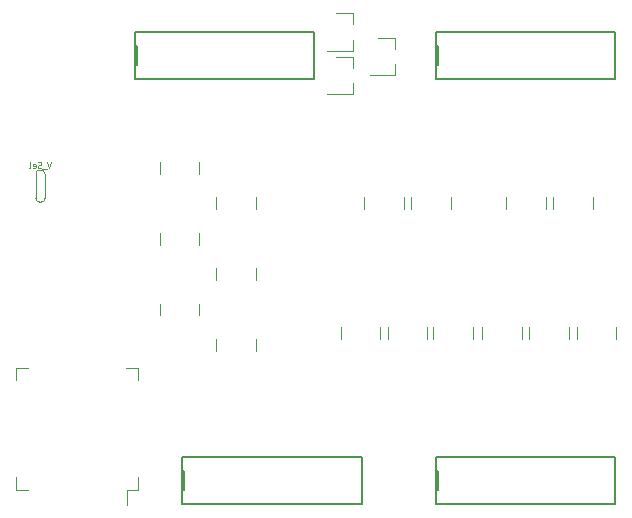
<source format=gbr>
G04 #@! TF.GenerationSoftware,KiCad,Pcbnew,(5.99.0-3349-gc9824bbd9)*
G04 #@! TF.CreationDate,2020-09-24T10:21:51-07:00*
G04 #@! TF.ProjectId,Alchitry_IO_Shield,416c6368-6974-4727-995f-494f5f536869,rev?*
G04 #@! TF.SameCoordinates,Original*
G04 #@! TF.FileFunction,Legend,Bot*
G04 #@! TF.FilePolarity,Positive*
%FSLAX46Y46*%
G04 Gerber Fmt 4.6, Leading zero omitted, Abs format (unit mm)*
G04 Created by KiCad (PCBNEW (5.99.0-3349-gc9824bbd9)) date 2020-09-24 10:21:51*
%MOMM*%
%LPD*%
G01*
G04 APERTURE LIST*
%ADD10C,0.100000*%
%ADD11C,0.127000*%
%ADD12C,0.120000*%
G04 APERTURE END LIST*
D10*
X23840476Y-25526190D02*
X23673809Y-26026190D01*
X23507142Y-25526190D01*
X23459523Y-26073809D02*
X23078571Y-26073809D01*
X22983333Y-26002380D02*
X22911904Y-26026190D01*
X22792857Y-26026190D01*
X22745238Y-26002380D01*
X22721428Y-25978571D01*
X22697619Y-25930952D01*
X22697619Y-25883333D01*
X22721428Y-25835714D01*
X22745238Y-25811904D01*
X22792857Y-25788095D01*
X22888095Y-25764285D01*
X22935714Y-25740476D01*
X22959523Y-25716666D01*
X22983333Y-25669047D01*
X22983333Y-25621428D01*
X22959523Y-25573809D01*
X22935714Y-25550000D01*
X22888095Y-25526190D01*
X22769047Y-25526190D01*
X22697619Y-25550000D01*
X22292857Y-26002380D02*
X22340476Y-26026190D01*
X22435714Y-26026190D01*
X22483333Y-26002380D01*
X22507142Y-25954761D01*
X22507142Y-25764285D01*
X22483333Y-25716666D01*
X22435714Y-25692857D01*
X22340476Y-25692857D01*
X22292857Y-25716666D01*
X22269047Y-25764285D01*
X22269047Y-25811904D01*
X22507142Y-25859523D01*
X21983333Y-26026190D02*
X22030952Y-26002380D01*
X22054761Y-25954761D01*
X22054761Y-25526190D01*
D11*
X71600000Y-50500000D02*
X56400000Y-50500000D01*
X56600000Y-51700000D02*
X56600000Y-53300000D01*
X35100000Y-53300000D02*
X34900000Y-53300000D01*
X34900000Y-51700000D02*
X34900000Y-53300000D01*
X30900000Y-17300000D02*
X30900000Y-18500000D01*
X56400000Y-14500000D02*
X56400000Y-15700000D01*
X56400000Y-53300000D02*
X56400000Y-54500000D01*
X56400000Y-50500000D02*
X56400000Y-51700000D01*
X56400000Y-18500000D02*
X71600000Y-18500000D01*
X31100000Y-15700000D02*
X31100000Y-17300000D01*
X50100000Y-50500000D02*
X34900000Y-50500000D01*
X31100000Y-17300000D02*
X30900000Y-17300000D01*
X56400000Y-51700000D02*
X56600000Y-51700000D01*
X71600000Y-14500000D02*
X56400000Y-14500000D01*
X34900000Y-53300000D02*
X34900000Y-54500000D01*
X56400000Y-51700000D02*
X56400000Y-53300000D01*
X56600000Y-15700000D02*
X56600000Y-17300000D01*
X34900000Y-51700000D02*
X35100000Y-51700000D01*
X56600000Y-17300000D02*
X56400000Y-17300000D01*
X35100000Y-51700000D02*
X35100000Y-53300000D01*
X71600000Y-18500000D02*
X71600000Y-14500000D01*
X56400000Y-54500000D02*
X71600000Y-54500000D01*
X30900000Y-14500000D02*
X30900000Y-15700000D01*
X30900000Y-18500000D02*
X46100000Y-18500000D01*
X46100000Y-14500000D02*
X30900000Y-14500000D01*
X34900000Y-50500000D02*
X34900000Y-51700000D01*
X50100000Y-54500000D02*
X50100000Y-50500000D01*
X56600000Y-53300000D02*
X56400000Y-53300000D01*
X46100000Y-18500000D02*
X46100000Y-14500000D01*
X71600000Y-54500000D02*
X71600000Y-50500000D01*
X56400000Y-17300000D02*
X56400000Y-18500000D01*
X34900000Y-54500000D02*
X50100000Y-54500000D01*
X56400000Y-15700000D02*
X56600000Y-15700000D01*
X30900000Y-15700000D02*
X31100000Y-15700000D01*
X30900000Y-15700000D02*
X30900000Y-17300000D01*
X56400000Y-15700000D02*
X56400000Y-17300000D01*
D12*
X69680000Y-28500000D02*
X69680000Y-29500000D01*
X66320000Y-28500000D02*
X66320000Y-29500000D01*
X62320000Y-28500000D02*
X62320000Y-29500000D01*
X65680000Y-28500000D02*
X65680000Y-29500000D01*
X54320000Y-28500000D02*
X54320000Y-29500000D01*
X57680000Y-28500000D02*
X57680000Y-29500000D01*
X53680000Y-28500000D02*
X53680000Y-29500000D01*
X50320000Y-28500000D02*
X50320000Y-29500000D01*
X20825000Y-42925000D02*
X20825000Y-43975000D01*
X31175000Y-42925000D02*
X30125000Y-42925000D01*
X20825000Y-53275000D02*
X20825000Y-52225000D01*
X31175000Y-53275000D02*
X30225000Y-53275000D01*
X30225000Y-53275000D02*
X30225000Y-54550000D01*
X31175000Y-53275000D02*
X31175000Y-52225000D01*
X20825000Y-42925000D02*
X21875000Y-42925000D01*
X20825000Y-53275000D02*
X21875000Y-53275000D01*
X31175000Y-42925000D02*
X31175000Y-43975000D01*
X33020000Y-37500000D02*
X33020000Y-38500000D01*
X36380000Y-37500000D02*
X36380000Y-38500000D01*
X41180000Y-34500000D02*
X41180000Y-35500000D01*
X37820000Y-34500000D02*
X37820000Y-35500000D01*
X37820000Y-28500000D02*
X37820000Y-29500000D01*
X41180000Y-28500000D02*
X41180000Y-29500000D01*
X33020000Y-31500000D02*
X33020000Y-32500000D01*
X36380000Y-31500000D02*
X36380000Y-32500000D01*
X33020000Y-25500000D02*
X33020000Y-26500000D01*
X36380000Y-25500000D02*
X36380000Y-26500000D01*
X37820000Y-40500000D02*
X37820000Y-41500000D01*
X41180000Y-40500000D02*
X41180000Y-41500000D01*
X23288677Y-28600000D02*
X23288677Y-26500000D01*
X22800000Y-26200000D02*
X23000000Y-26200000D01*
X22537287Y-26500000D02*
X22537287Y-28600000D01*
X22800000Y-28900000D02*
X23000000Y-28900000D01*
X23288677Y-26495777D02*
G75*
G03*
X22988677Y-26195777I-300000J0D01*
G01*
X22535865Y-28598550D02*
G75*
G03*
X22835865Y-28898550I300000J0D01*
G01*
X22988677Y-28900315D02*
G75*
G03*
X23288677Y-28600315I0J300000D01*
G01*
X22835865Y-26194012D02*
G75*
G03*
X22535865Y-26494012I0J-300000D01*
G01*
X49360000Y-12920000D02*
X49360000Y-13850000D01*
X49360000Y-16080000D02*
X47200000Y-16080000D01*
X49360000Y-12920000D02*
X47900000Y-12920000D01*
X49360000Y-16080000D02*
X49360000Y-15150000D01*
X52960000Y-18180000D02*
X50800000Y-18180000D01*
X52960000Y-18180000D02*
X52960000Y-17250000D01*
X52960000Y-15020000D02*
X51500000Y-15020000D01*
X52960000Y-15020000D02*
X52960000Y-15950000D01*
X49360000Y-19780000D02*
X49360000Y-18850000D01*
X49360000Y-19780000D02*
X47200000Y-19780000D01*
X49360000Y-16620000D02*
X47900000Y-16620000D01*
X49360000Y-16620000D02*
X49360000Y-17550000D01*
X71680000Y-39500000D02*
X71680000Y-40500000D01*
X68320000Y-39500000D02*
X68320000Y-40500000D01*
X60320000Y-39500000D02*
X60320000Y-40500000D01*
X63680000Y-39500000D02*
X63680000Y-40500000D01*
X64320000Y-39500000D02*
X64320000Y-40500000D01*
X67680000Y-39500000D02*
X67680000Y-40500000D01*
X56170000Y-39500000D02*
X56170000Y-40500000D01*
X59530000Y-39500000D02*
X59530000Y-40500000D01*
X52320000Y-39500000D02*
X52320000Y-40500000D01*
X55680000Y-39500000D02*
X55680000Y-40500000D01*
X51680000Y-39500000D02*
X51680000Y-40500000D01*
X48320000Y-39500000D02*
X48320000Y-40500000D01*
M02*

</source>
